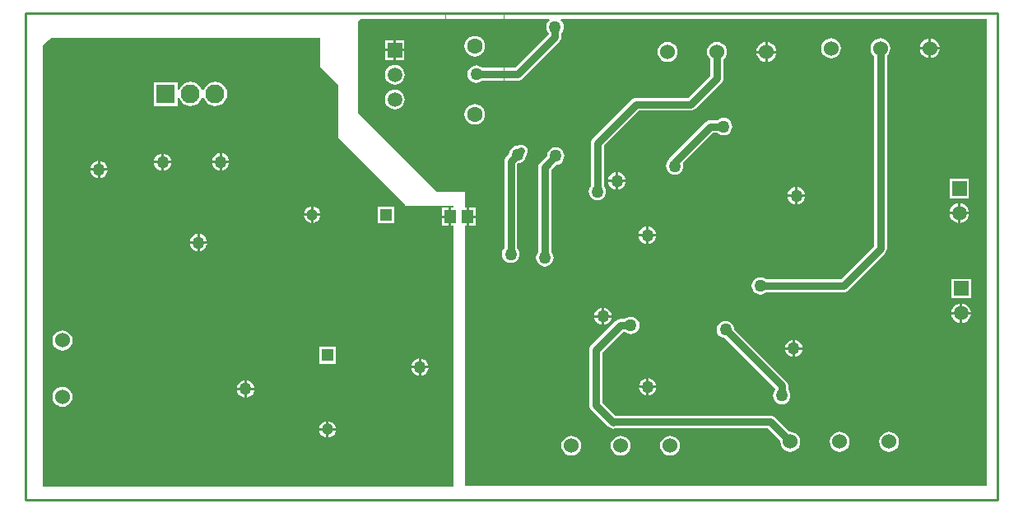
<source format=gbl>
G04*
G04 #@! TF.GenerationSoftware,Altium Limited,Altium Designer,18.0.12 (696)*
G04*
G04 Layer_Physical_Order=2*
G04 Layer_Color=16711680*
%FSLAX43Y43*%
%MOMM*%
G71*
G01*
G75*
%ADD11C,0.000*%
%ADD13C,0.254*%
%ADD14C,0.127*%
%ADD16C,0.152*%
%ADD18C,0.198*%
%ADD59C,0.800*%
%ADD63C,1.524*%
%ADD64C,1.200*%
%ADD65R,1.200X1.200*%
%ADD66R,1.200X1.200*%
%ADD67C,1.600*%
%ADD68R,1.500X1.500*%
%ADD69C,1.500*%
%ADD70R,1.950X1.950*%
%ADD71C,1.950*%
%ADD72C,1.270*%
%ADD73R,1.200X1.400*%
G36*
X106677Y69875D02*
X108531Y68021D01*
Y62636D01*
X115542Y55626D01*
X120421D01*
Y55437D01*
X120207D01*
Y54483D01*
Y53529D01*
X120421D01*
Y26746D01*
X78178D01*
Y72111D01*
X78694Y72626D01*
X78737Y72593D01*
X78737Y72593D01*
X79016Y72873D01*
X106677D01*
Y69875D01*
D02*
G37*
G36*
X175260Y27762D02*
Y26772D01*
X121564D01*
Y53529D01*
X121753D01*
Y54483D01*
Y55437D01*
X121564D01*
Y57074D01*
X118694D01*
X110998Y64770D01*
X110617Y65151D01*
Y74041D01*
Y74524D01*
X110592Y74549D01*
X110846Y74803D01*
X130251D01*
X130294Y74676D01*
X130241Y74635D01*
X130098Y74450D01*
X130009Y74233D01*
X129978Y74001D01*
X130009Y73769D01*
X130098Y73553D01*
X130215Y73401D01*
Y73262D01*
X126752Y69798D01*
X123359D01*
X123207Y69915D01*
X122990Y70005D01*
X122758Y70035D01*
X122526Y70005D01*
X122310Y69915D01*
X122124Y69773D01*
X121982Y69587D01*
X121892Y69371D01*
X121862Y69139D01*
X121892Y68907D01*
X121982Y68690D01*
X122124Y68505D01*
X122310Y68362D01*
X122526Y68273D01*
X122758Y68242D01*
X122990Y68273D01*
X123207Y68362D01*
X123359Y68479D01*
X127025D01*
X127196Y68502D01*
X127355Y68568D01*
X127492Y68672D01*
X131341Y72522D01*
X131446Y72659D01*
X131512Y72818D01*
X131535Y72988D01*
Y73401D01*
X131652Y73553D01*
X131741Y73769D01*
X131772Y74001D01*
X131741Y74233D01*
X131652Y74450D01*
X131509Y74635D01*
X131456Y74676D01*
X131499Y74803D01*
X175260D01*
Y27762D01*
D02*
G37*
%LPC*%
G36*
X95900Y68340D02*
X95579Y68297D01*
X95280Y68174D01*
X95023Y67977D01*
X94826Y67720D01*
X94703Y67421D01*
X94694Y67356D01*
X94566D01*
X94557Y67421D01*
X94434Y67720D01*
X94237Y67977D01*
X93980Y68174D01*
X93681Y68297D01*
X93360Y68340D01*
X93039Y68297D01*
X92740Y68174D01*
X92483Y67977D01*
X92286Y67720D01*
X92176Y67453D01*
X92049Y67478D01*
Y68329D01*
X89591D01*
Y65871D01*
X92049D01*
Y66722D01*
X92176Y66747D01*
X92286Y66480D01*
X92483Y66223D01*
X92740Y66026D01*
X93039Y65903D01*
X93360Y65860D01*
X93681Y65903D01*
X93980Y66026D01*
X94237Y66223D01*
X94434Y66480D01*
X94557Y66779D01*
X94566Y66844D01*
X94694D01*
X94703Y66779D01*
X94826Y66480D01*
X95023Y66223D01*
X95280Y66026D01*
X95579Y65903D01*
X95900Y65860D01*
X96221Y65903D01*
X96520Y66026D01*
X96777Y66223D01*
X96974Y66480D01*
X97097Y66779D01*
X97140Y67100D01*
X97097Y67421D01*
X96974Y67720D01*
X96777Y67977D01*
X96520Y68174D01*
X96221Y68297D01*
X95900Y68340D01*
D02*
G37*
G36*
X96593Y61002D02*
Y60249D01*
X97346D01*
X97332Y60354D01*
X97243Y60570D01*
X97100Y60756D01*
X96915Y60898D01*
X96698Y60988D01*
X96593Y61002D01*
D02*
G37*
G36*
X96339D02*
X96234Y60988D01*
X96018Y60898D01*
X95832Y60756D01*
X95690Y60570D01*
X95600Y60354D01*
X95586Y60249D01*
X96339D01*
Y61002D01*
D02*
G37*
G36*
X90627Y60976D02*
Y60223D01*
X91380D01*
X91366Y60328D01*
X91277Y60545D01*
X91134Y60730D01*
X90949Y60873D01*
X90732Y60963D01*
X90627Y60976D01*
D02*
G37*
G36*
X90373D02*
X90268Y60963D01*
X90052Y60873D01*
X89866Y60730D01*
X89724Y60545D01*
X89634Y60328D01*
X89620Y60223D01*
X90373D01*
Y60976D01*
D02*
G37*
G36*
X84074Y60214D02*
Y59461D01*
X84827D01*
X84813Y59566D01*
X84724Y59783D01*
X84581Y59968D01*
X84395Y60111D01*
X84179Y60201D01*
X84074Y60214D01*
D02*
G37*
G36*
X83820D02*
X83715Y60201D01*
X83499Y60111D01*
X83313Y59968D01*
X83170Y59783D01*
X83081Y59566D01*
X83067Y59461D01*
X83820D01*
Y60214D01*
D02*
G37*
G36*
X97346Y59995D02*
X96593D01*
Y59242D01*
X96698Y59256D01*
X96915Y59345D01*
X97100Y59488D01*
X97243Y59673D01*
X97332Y59890D01*
X97346Y59995D01*
D02*
G37*
G36*
X96339D02*
X95586D01*
X95600Y59890D01*
X95690Y59673D01*
X95832Y59488D01*
X96018Y59345D01*
X96234Y59256D01*
X96339Y59242D01*
Y59995D01*
D02*
G37*
G36*
X91380Y59969D02*
X90627D01*
Y59216D01*
X90732Y59230D01*
X90949Y59320D01*
X91134Y59462D01*
X91277Y59648D01*
X91366Y59864D01*
X91380Y59969D01*
D02*
G37*
G36*
X90373D02*
X89620D01*
X89634Y59864D01*
X89724Y59648D01*
X89866Y59462D01*
X90052Y59320D01*
X90268Y59230D01*
X90373Y59216D01*
Y59969D01*
D02*
G37*
G36*
X84827Y59207D02*
X84074D01*
Y58454D01*
X84179Y58468D01*
X84395Y58558D01*
X84581Y58700D01*
X84724Y58886D01*
X84813Y59102D01*
X84827Y59207D01*
D02*
G37*
G36*
X83820D02*
X83067D01*
X83081Y59102D01*
X83170Y58886D01*
X83313Y58700D01*
X83499Y58558D01*
X83715Y58468D01*
X83820Y58454D01*
Y59207D01*
D02*
G37*
G36*
X106017Y55545D02*
Y54827D01*
X106735D01*
X106722Y54923D01*
X106636Y55131D01*
X106499Y55309D01*
X106321Y55446D01*
X106113Y55532D01*
X106017Y55545D01*
D02*
G37*
G36*
X105763D02*
X105667Y55532D01*
X105459Y55446D01*
X105281Y55309D01*
X105144Y55131D01*
X105058Y54923D01*
X105045Y54827D01*
X105763D01*
Y55545D01*
D02*
G37*
G36*
X119953Y55437D02*
X119226D01*
Y54610D01*
X119953D01*
Y55437D01*
D02*
G37*
G36*
X106735Y54573D02*
X106017D01*
Y53855D01*
X106113Y53868D01*
X106321Y53954D01*
X106499Y54091D01*
X106636Y54269D01*
X106722Y54477D01*
X106735Y54573D01*
D02*
G37*
G36*
X105763D02*
X105045D01*
X105058Y54477D01*
X105144Y54269D01*
X105281Y54091D01*
X105459Y53954D01*
X105667Y53868D01*
X105763Y53855D01*
Y54573D01*
D02*
G37*
G36*
X114364Y55554D02*
X112656D01*
Y53846D01*
X114364D01*
Y55554D01*
D02*
G37*
G36*
X119953Y54356D02*
X119226D01*
Y53529D01*
X119953D01*
Y54356D01*
D02*
G37*
G36*
X94310Y52696D02*
Y51943D01*
X95063D01*
X95049Y52048D01*
X94960Y52264D01*
X94817Y52450D01*
X94632Y52593D01*
X94415Y52682D01*
X94310Y52696D01*
D02*
G37*
G36*
X94056D02*
X93951Y52682D01*
X93735Y52593D01*
X93549Y52450D01*
X93407Y52264D01*
X93317Y52048D01*
X93303Y51943D01*
X94056D01*
Y52696D01*
D02*
G37*
G36*
X95063Y51689D02*
X94310D01*
Y50936D01*
X94415Y50950D01*
X94632Y51039D01*
X94817Y51182D01*
X94960Y51368D01*
X95049Y51584D01*
X95063Y51689D01*
D02*
G37*
G36*
X94056D02*
X93303D01*
X93317Y51584D01*
X93407Y51368D01*
X93549Y51182D01*
X93735Y51039D01*
X93951Y50950D01*
X94056Y50936D01*
Y51689D01*
D02*
G37*
G36*
X80188Y42782D02*
X79923Y42747D01*
X79675Y42645D01*
X79463Y42482D01*
X79300Y42270D01*
X79198Y42023D01*
X79163Y41758D01*
X79198Y41492D01*
X79300Y41245D01*
X79463Y41033D01*
X79675Y40870D01*
X79923Y40768D01*
X80188Y40733D01*
X80453Y40768D01*
X80700Y40870D01*
X80912Y41033D01*
X81075Y41245D01*
X81178Y41492D01*
X81213Y41758D01*
X81178Y42023D01*
X81075Y42270D01*
X80912Y42482D01*
X80700Y42645D01*
X80453Y42747D01*
X80188Y42782D01*
D02*
G37*
G36*
X108296Y41088D02*
X106588D01*
Y39380D01*
X108296D01*
Y41088D01*
D02*
G37*
G36*
X117094Y39894D02*
Y39141D01*
X117847D01*
X117833Y39246D01*
X117744Y39463D01*
X117601Y39648D01*
X117415Y39791D01*
X117199Y39881D01*
X117094Y39894D01*
D02*
G37*
G36*
X116840D02*
X116735Y39881D01*
X116519Y39791D01*
X116333Y39648D01*
X116190Y39463D01*
X116101Y39246D01*
X116087Y39141D01*
X116840D01*
Y39894D01*
D02*
G37*
G36*
X117847Y38887D02*
X117094D01*
Y38134D01*
X117199Y38148D01*
X117415Y38238D01*
X117601Y38380D01*
X117744Y38566D01*
X117833Y38782D01*
X117847Y38887D01*
D02*
G37*
G36*
X116840D02*
X116087D01*
X116101Y38782D01*
X116190Y38566D01*
X116333Y38380D01*
X116519Y38238D01*
X116735Y38148D01*
X116840Y38134D01*
Y38887D01*
D02*
G37*
G36*
X99162Y37659D02*
Y36906D01*
X99915D01*
X99901Y37011D01*
X99811Y37228D01*
X99669Y37413D01*
X99483Y37556D01*
X99267Y37645D01*
X99162Y37659D01*
D02*
G37*
G36*
X98908D02*
X98803Y37645D01*
X98586Y37556D01*
X98401Y37413D01*
X98258Y37228D01*
X98168Y37011D01*
X98155Y36906D01*
X98908D01*
Y37659D01*
D02*
G37*
G36*
X99915Y36652D02*
X99162D01*
Y35899D01*
X99267Y35913D01*
X99483Y36003D01*
X99669Y36145D01*
X99811Y36331D01*
X99901Y36547D01*
X99915Y36652D01*
D02*
G37*
G36*
X98908D02*
X98155D01*
X98168Y36547D01*
X98258Y36331D01*
X98401Y36145D01*
X98586Y36003D01*
X98803Y35913D01*
X98908Y35899D01*
Y36652D01*
D02*
G37*
G36*
X80188Y36982D02*
X79923Y36947D01*
X79675Y36845D01*
X79463Y36682D01*
X79300Y36470D01*
X79198Y36223D01*
X79163Y35958D01*
X79198Y35692D01*
X79300Y35445D01*
X79463Y35233D01*
X79675Y35070D01*
X79923Y34968D01*
X80188Y34933D01*
X80453Y34968D01*
X80700Y35070D01*
X80912Y35233D01*
X81075Y35445D01*
X81178Y35692D01*
X81213Y35958D01*
X81178Y36223D01*
X81075Y36470D01*
X80912Y36682D01*
X80700Y36845D01*
X80453Y36947D01*
X80188Y36982D01*
D02*
G37*
G36*
X107569Y33458D02*
Y32741D01*
X108287D01*
X108274Y32837D01*
X108188Y33044D01*
X108051Y33223D01*
X107873Y33360D01*
X107665Y33446D01*
X107569Y33458D01*
D02*
G37*
G36*
X107315D02*
X107219Y33446D01*
X107011Y33360D01*
X106833Y33223D01*
X106696Y33044D01*
X106610Y32837D01*
X106597Y32741D01*
X107315D01*
Y33458D01*
D02*
G37*
G36*
X108287Y32487D02*
X107569D01*
Y31769D01*
X107665Y31782D01*
X107873Y31868D01*
X108051Y32005D01*
X108188Y32183D01*
X108274Y32391D01*
X108287Y32487D01*
D02*
G37*
G36*
X107315D02*
X106597D01*
X106610Y32391D01*
X106696Y32183D01*
X106833Y32005D01*
X107011Y31868D01*
X107219Y31782D01*
X107315Y31769D01*
Y32487D01*
D02*
G37*
G36*
X169545Y72814D02*
Y71933D01*
X170426D01*
X170408Y72071D01*
X170305Y72318D01*
X170143Y72530D01*
X169930Y72693D01*
X169683Y72796D01*
X169545Y72814D01*
D02*
G37*
G36*
X169291D02*
X169153Y72796D01*
X168906Y72693D01*
X168693Y72530D01*
X168531Y72318D01*
X168428Y72071D01*
X168410Y71933D01*
X169291D01*
Y72814D01*
D02*
G37*
G36*
X115380Y72632D02*
X114503D01*
Y71755D01*
X115380D01*
Y72632D01*
D02*
G37*
G36*
X114249D02*
X113372D01*
Y71755D01*
X114249D01*
Y72632D01*
D02*
G37*
G36*
X152730Y72433D02*
Y71552D01*
X153611D01*
X153593Y71690D01*
X153491Y71937D01*
X153328Y72149D01*
X153116Y72312D01*
X152868Y72415D01*
X152730Y72433D01*
D02*
G37*
G36*
X152476D02*
X152338Y72415D01*
X152091Y72312D01*
X151879Y72149D01*
X151716Y71937D01*
X151613Y71690D01*
X151595Y71552D01*
X152476D01*
Y72433D01*
D02*
G37*
G36*
X122606Y73072D02*
X122331Y73036D01*
X122074Y72930D01*
X121854Y72761D01*
X121685Y72541D01*
X121579Y72284D01*
X121543Y72009D01*
X121579Y71734D01*
X121685Y71477D01*
X121854Y71257D01*
X122074Y71088D01*
X122331Y70982D01*
X122606Y70946D01*
X122881Y70982D01*
X123137Y71088D01*
X123358Y71257D01*
X123526Y71477D01*
X123633Y71734D01*
X123669Y72009D01*
X123633Y72284D01*
X123526Y72541D01*
X123358Y72761D01*
X123137Y72930D01*
X122881Y73036D01*
X122606Y73072D01*
D02*
G37*
G36*
X170426Y71679D02*
X169545D01*
Y70798D01*
X169683Y70816D01*
X169930Y70918D01*
X170143Y71081D01*
X170305Y71293D01*
X170408Y71541D01*
X170426Y71679D01*
D02*
G37*
G36*
X169291D02*
X168410D01*
X168428Y71541D01*
X168531Y71293D01*
X168693Y71081D01*
X168906Y70918D01*
X169153Y70816D01*
X169291Y70798D01*
Y71679D01*
D02*
G37*
G36*
X159258Y72831D02*
X158993Y72796D01*
X158746Y72693D01*
X158533Y72530D01*
X158371Y72318D01*
X158268Y72071D01*
X158233Y71806D01*
X158268Y71541D01*
X158371Y71293D01*
X158533Y71081D01*
X158746Y70918D01*
X158993Y70816D01*
X159258Y70781D01*
X159523Y70816D01*
X159770Y70918D01*
X159983Y71081D01*
X160145Y71293D01*
X160248Y71541D01*
X160283Y71806D01*
X160248Y72071D01*
X160145Y72318D01*
X159983Y72530D01*
X159770Y72693D01*
X159523Y72796D01*
X159258Y72831D01*
D02*
G37*
G36*
X115380Y71501D02*
X114503D01*
Y70624D01*
X115380D01*
Y71501D01*
D02*
G37*
G36*
X114249D02*
X113372D01*
Y70624D01*
X114249D01*
Y71501D01*
D02*
G37*
G36*
X153611Y71298D02*
X152730D01*
Y70417D01*
X152868Y70435D01*
X153116Y70537D01*
X153328Y70700D01*
X153491Y70912D01*
X153593Y71160D01*
X153611Y71298D01*
D02*
G37*
G36*
X152476D02*
X151595D01*
X151613Y71160D01*
X151716Y70912D01*
X151879Y70700D01*
X152091Y70537D01*
X152338Y70435D01*
X152476Y70417D01*
Y71298D01*
D02*
G37*
G36*
X142443Y72450D02*
X142178Y72415D01*
X141931Y72312D01*
X141719Y72149D01*
X141556Y71937D01*
X141453Y71690D01*
X141418Y71425D01*
X141453Y71160D01*
X141556Y70912D01*
X141719Y70700D01*
X141931Y70537D01*
X142178Y70435D01*
X142443Y70400D01*
X142708Y70435D01*
X142956Y70537D01*
X143168Y70700D01*
X143331Y70912D01*
X143433Y71160D01*
X143468Y71425D01*
X143433Y71690D01*
X143331Y71937D01*
X143168Y72149D01*
X142956Y72312D01*
X142708Y72415D01*
X142443Y72450D01*
D02*
G37*
G36*
X114376Y70101D02*
X114114Y70066D01*
X113870Y69965D01*
X113660Y69804D01*
X113499Y69594D01*
X113398Y69350D01*
X113364Y69088D01*
X113398Y68826D01*
X113499Y68582D01*
X113660Y68372D01*
X113870Y68211D01*
X114114Y68110D01*
X114376Y68075D01*
X114638Y68110D01*
X114883Y68211D01*
X115092Y68372D01*
X115253Y68582D01*
X115354Y68826D01*
X115389Y69088D01*
X115354Y69350D01*
X115253Y69594D01*
X115092Y69804D01*
X114883Y69965D01*
X114638Y70066D01*
X114376Y70101D01*
D02*
G37*
G36*
Y67561D02*
X114114Y67526D01*
X113870Y67425D01*
X113660Y67264D01*
X113499Y67054D01*
X113398Y66810D01*
X113364Y66548D01*
X113398Y66286D01*
X113499Y66042D01*
X113660Y65832D01*
X113870Y65671D01*
X114114Y65570D01*
X114376Y65535D01*
X114638Y65570D01*
X114883Y65671D01*
X115092Y65832D01*
X115253Y66042D01*
X115354Y66286D01*
X115389Y66548D01*
X115354Y66810D01*
X115253Y67054D01*
X115092Y67264D01*
X114883Y67425D01*
X114638Y67526D01*
X114376Y67561D01*
D02*
G37*
G36*
X122606Y66072D02*
X122331Y66036D01*
X122074Y65930D01*
X121854Y65761D01*
X121685Y65541D01*
X121579Y65284D01*
X121543Y65009D01*
X121579Y64734D01*
X121685Y64477D01*
X121854Y64257D01*
X122074Y64088D01*
X122331Y63982D01*
X122606Y63946D01*
X122881Y63982D01*
X123137Y64088D01*
X123358Y64257D01*
X123526Y64477D01*
X123633Y64734D01*
X123669Y65009D01*
X123633Y65284D01*
X123526Y65541D01*
X123358Y65761D01*
X123137Y65930D01*
X122881Y66036D01*
X122606Y66072D01*
D02*
G37*
G36*
X148213Y64654D02*
X147981Y64624D01*
X147764Y64534D01*
X147612Y64417D01*
X146841D01*
X146670Y64395D01*
X146511Y64329D01*
X146375Y64224D01*
X142713Y60563D01*
X142609Y60426D01*
X142576Y60347D01*
X142546Y60324D01*
X142403Y60138D01*
X142314Y59922D01*
X142283Y59690D01*
X142314Y59458D01*
X142403Y59242D01*
X142546Y59056D01*
X142731Y58913D01*
X142948Y58824D01*
X143180Y58793D01*
X143412Y58824D01*
X143628Y58913D01*
X143814Y59056D01*
X143956Y59242D01*
X144046Y59458D01*
X144076Y59690D01*
X144046Y59922D01*
X144014Y59998D01*
X147114Y63098D01*
X147612D01*
X147764Y62981D01*
X147981Y62892D01*
X148213Y62861D01*
X148445Y62892D01*
X148661Y62981D01*
X148847Y63124D01*
X148989Y63309D01*
X149079Y63526D01*
X149109Y63758D01*
X149079Y63990D01*
X148989Y64206D01*
X148847Y64392D01*
X148661Y64534D01*
X148445Y64624D01*
X148213Y64654D01*
D02*
G37*
G36*
X137363Y59046D02*
Y58293D01*
X138116D01*
X138102Y58398D01*
X138013Y58614D01*
X137870Y58800D01*
X137685Y58943D01*
X137468Y59032D01*
X137363Y59046D01*
D02*
G37*
G36*
X137109D02*
X137004Y59032D01*
X136788Y58943D01*
X136602Y58800D01*
X136460Y58614D01*
X136370Y58398D01*
X136356Y58293D01*
X137109D01*
Y59046D01*
D02*
G37*
G36*
X138116Y58039D02*
X137363D01*
Y57286D01*
X137468Y57300D01*
X137685Y57389D01*
X137870Y57532D01*
X138013Y57718D01*
X138102Y57934D01*
X138116Y58039D01*
D02*
G37*
G36*
X137109D02*
X136356D01*
X136370Y57934D01*
X136460Y57718D01*
X136602Y57532D01*
X136788Y57389D01*
X137004Y57300D01*
X137109Y57286D01*
Y58039D01*
D02*
G37*
G36*
X155817Y57522D02*
Y56769D01*
X156570D01*
X156556Y56874D01*
X156467Y57090D01*
X156324Y57276D01*
X156138Y57419D01*
X155922Y57508D01*
X155817Y57522D01*
D02*
G37*
G36*
X155563D02*
X155458Y57508D01*
X155242Y57419D01*
X155056Y57276D01*
X154913Y57090D01*
X154824Y56874D01*
X154810Y56769D01*
X155563D01*
Y57522D01*
D02*
G37*
G36*
X173455Y58393D02*
X171447D01*
Y56385D01*
X173455D01*
Y58393D01*
D02*
G37*
G36*
X147523Y72450D02*
X147258Y72415D01*
X147011Y72312D01*
X146799Y72149D01*
X146636Y71937D01*
X146533Y71690D01*
X146498Y71425D01*
X146533Y71160D01*
X146636Y70912D01*
X146799Y70700D01*
X146864Y70650D01*
Y69006D01*
X144558Y66700D01*
X139192D01*
X139021Y66677D01*
X138862Y66611D01*
X138726Y66506D01*
X134754Y62534D01*
X134649Y62398D01*
X134583Y62239D01*
X134560Y62068D01*
Y57659D01*
X134443Y57506D01*
X134354Y57290D01*
X134323Y57058D01*
X134354Y56826D01*
X134443Y56610D01*
X134586Y56424D01*
X134772Y56281D01*
X134988Y56192D01*
X135220Y56161D01*
X135452Y56192D01*
X135668Y56281D01*
X135854Y56424D01*
X135997Y56610D01*
X136086Y56826D01*
X136117Y57058D01*
X136086Y57290D01*
X135997Y57506D01*
X135880Y57659D01*
Y61795D01*
X139465Y65380D01*
X144831D01*
X145002Y65403D01*
X145161Y65469D01*
X145297Y65574D01*
X147990Y68266D01*
X148094Y68403D01*
X148160Y68562D01*
X148183Y68732D01*
Y70650D01*
X148248Y70700D01*
X148411Y70912D01*
X148513Y71160D01*
X148548Y71425D01*
X148513Y71690D01*
X148411Y71937D01*
X148248Y72149D01*
X148036Y72312D01*
X147788Y72415D01*
X147523Y72450D01*
D02*
G37*
G36*
X156570Y56515D02*
X155817D01*
Y55762D01*
X155922Y55776D01*
X156138Y55865D01*
X156324Y56008D01*
X156467Y56194D01*
X156556Y56410D01*
X156570Y56515D01*
D02*
G37*
G36*
X155563D02*
X154810D01*
X154824Y56410D01*
X154913Y56194D01*
X155056Y56008D01*
X155242Y55865D01*
X155458Y55776D01*
X155563Y55762D01*
Y56515D01*
D02*
G37*
G36*
X172578Y55845D02*
Y54976D01*
X173447D01*
X173429Y55111D01*
X173328Y55356D01*
X173167Y55565D01*
X172957Y55726D01*
X172713Y55827D01*
X172578Y55845D01*
D02*
G37*
G36*
X172324Y55845D02*
X172189Y55827D01*
X171944Y55726D01*
X171735Y55565D01*
X171574Y55356D01*
X171473Y55111D01*
X171455Y54976D01*
X172324D01*
Y55845D01*
D02*
G37*
G36*
X122734Y55437D02*
X122007D01*
Y54610D01*
X122734D01*
Y55437D01*
D02*
G37*
G36*
X172324Y54722D02*
X171455D01*
X171473Y54587D01*
X171574Y54343D01*
X171735Y54133D01*
X171944Y53972D01*
X172189Y53871D01*
X172324Y53853D01*
Y54722D01*
D02*
G37*
G36*
X173447D02*
X172578D01*
Y53853D01*
X172713Y53871D01*
X172957Y53972D01*
X173167Y54133D01*
X173328Y54343D01*
X173429Y54587D01*
X173447Y54722D01*
D02*
G37*
G36*
X122734Y54356D02*
X122007D01*
Y53529D01*
X122734D01*
Y54356D01*
D02*
G37*
G36*
X140487Y53458D02*
Y52705D01*
X141240D01*
X141227Y52810D01*
X141137Y53026D01*
X140994Y53212D01*
X140809Y53355D01*
X140592Y53444D01*
X140487Y53458D01*
D02*
G37*
G36*
X140233D02*
X140128Y53444D01*
X139912Y53355D01*
X139726Y53212D01*
X139584Y53026D01*
X139494Y52810D01*
X139480Y52705D01*
X140233D01*
Y53458D01*
D02*
G37*
G36*
X141240Y52451D02*
X140487D01*
Y51698D01*
X140592Y51712D01*
X140809Y51801D01*
X140994Y51944D01*
X141137Y52130D01*
X141227Y52346D01*
X141240Y52451D01*
D02*
G37*
G36*
X140233D02*
X139480D01*
X139494Y52346D01*
X139584Y52130D01*
X139726Y51944D01*
X139912Y51801D01*
X140128Y51712D01*
X140233Y51698D01*
Y52451D01*
D02*
G37*
G36*
X127381Y61899D02*
X127210Y61877D01*
X127051Y61811D01*
X127009Y61778D01*
X126793Y61750D01*
X126577Y61660D01*
X126391Y61518D01*
X126249Y61332D01*
X126159Y61116D01*
X126134Y60925D01*
X125848Y60639D01*
X125743Y60502D01*
X125677Y60343D01*
X125655Y60173D01*
Y51223D01*
X125538Y51071D01*
X125448Y50854D01*
X125418Y50622D01*
X125448Y50390D01*
X125538Y50174D01*
X125680Y49988D01*
X125866Y49846D01*
X126082Y49756D01*
X126314Y49726D01*
X126546Y49756D01*
X126763Y49846D01*
X126948Y49988D01*
X127091Y50174D01*
X127180Y50390D01*
X127211Y50622D01*
X127180Y50854D01*
X127091Y51071D01*
X126974Y51223D01*
Y59899D01*
X127067Y59993D01*
X127257Y60018D01*
X127474Y60107D01*
X127659Y60250D01*
X127802Y60435D01*
X127892Y60652D01*
X127920Y60867D01*
X127952Y60910D01*
X128018Y61069D01*
X128041Y61239D01*
X128018Y61410D01*
X127952Y61569D01*
X127847Y61706D01*
X127711Y61811D01*
X127552Y61877D01*
X127381Y61899D01*
D02*
G37*
G36*
X130937Y61628D02*
X130705Y61598D01*
X130489Y61508D01*
X130303Y61365D01*
X130160Y61180D01*
X130071Y60963D01*
X130046Y60773D01*
X129353Y60080D01*
X129248Y59944D01*
X129182Y59785D01*
X129160Y59614D01*
Y50867D01*
X129043Y50715D01*
X128953Y50499D01*
X128923Y50267D01*
X128953Y50035D01*
X129043Y49818D01*
X129185Y49633D01*
X129371Y49490D01*
X129587Y49400D01*
X129819Y49370D01*
X130051Y49400D01*
X130268Y49490D01*
X130453Y49633D01*
X130596Y49818D01*
X130686Y50035D01*
X130716Y50267D01*
X130686Y50499D01*
X130596Y50715D01*
X130479Y50867D01*
Y59341D01*
X130979Y59840D01*
X131169Y59865D01*
X131385Y59955D01*
X131571Y60097D01*
X131714Y60283D01*
X131803Y60499D01*
X131834Y60731D01*
X131803Y60963D01*
X131714Y61180D01*
X131571Y61365D01*
X131385Y61508D01*
X131169Y61598D01*
X130937Y61628D01*
D02*
G37*
G36*
X164338Y72831D02*
X164073Y72796D01*
X163826Y72693D01*
X163613Y72530D01*
X163451Y72318D01*
X163348Y72071D01*
X163313Y71806D01*
X163348Y71541D01*
X163451Y71293D01*
X163613Y71081D01*
X163678Y71031D01*
Y51429D01*
X160280Y48031D01*
X152594D01*
X152442Y48148D01*
X152226Y48237D01*
X151994Y48268D01*
X151762Y48237D01*
X151545Y48148D01*
X151360Y48005D01*
X151217Y47819D01*
X151127Y47603D01*
X151097Y47371D01*
X151127Y47139D01*
X151217Y46923D01*
X151360Y46737D01*
X151545Y46594D01*
X151762Y46505D01*
X151994Y46474D01*
X152226Y46505D01*
X152442Y46594D01*
X152594Y46711D01*
X160553D01*
X160724Y46734D01*
X160883Y46800D01*
X161020Y46905D01*
X164804Y50689D01*
X164909Y50826D01*
X164975Y50985D01*
X164998Y51156D01*
Y71031D01*
X165063Y71081D01*
X165225Y71293D01*
X165328Y71541D01*
X165363Y71806D01*
X165328Y72071D01*
X165225Y72318D01*
X165063Y72530D01*
X164850Y72693D01*
X164603Y72796D01*
X164338Y72831D01*
D02*
G37*
G36*
X173655Y48093D02*
X171647D01*
Y46085D01*
X173655D01*
Y48093D01*
D02*
G37*
G36*
X172778Y45545D02*
Y44676D01*
X173647D01*
X173629Y44811D01*
X173528Y45056D01*
X173367Y45265D01*
X173157Y45426D01*
X172913Y45527D01*
X172778Y45545D01*
D02*
G37*
G36*
X172524D02*
X172389Y45527D01*
X172144Y45426D01*
X171935Y45265D01*
X171774Y45056D01*
X171673Y44811D01*
X171655Y44676D01*
X172524D01*
Y45545D01*
D02*
G37*
G36*
X135915Y45127D02*
Y44374D01*
X136668D01*
X136655Y44479D01*
X136565Y44695D01*
X136422Y44881D01*
X136237Y45023D01*
X136020Y45113D01*
X135915Y45127D01*
D02*
G37*
G36*
X135661D02*
X135556Y45113D01*
X135340Y45023D01*
X135154Y44881D01*
X135012Y44695D01*
X134922Y44479D01*
X134908Y44374D01*
X135661D01*
Y45127D01*
D02*
G37*
G36*
X173647Y44422D02*
X172778D01*
Y43553D01*
X172913Y43571D01*
X173157Y43672D01*
X173367Y43833D01*
X173528Y44043D01*
X173629Y44287D01*
X173647Y44422D01*
D02*
G37*
G36*
X172524D02*
X171655D01*
X171673Y44287D01*
X171774Y44043D01*
X171935Y43833D01*
X172144Y43672D01*
X172389Y43571D01*
X172524Y43553D01*
Y44422D01*
D02*
G37*
G36*
X136668Y44120D02*
X135915D01*
Y43367D01*
X136020Y43381D01*
X136237Y43470D01*
X136422Y43613D01*
X136565Y43798D01*
X136655Y44015D01*
X136668Y44120D01*
D02*
G37*
G36*
X135661D02*
X134908D01*
X134922Y44015D01*
X135012Y43798D01*
X135154Y43613D01*
X135340Y43470D01*
X135556Y43381D01*
X135661Y43367D01*
Y44120D01*
D02*
G37*
G36*
X138659Y44204D02*
X138427Y44173D01*
X138210Y44084D01*
X138058Y43967D01*
X137566D01*
X137396Y43944D01*
X137237Y43878D01*
X137100Y43773D01*
X134585Y41259D01*
X134481Y41122D01*
X134415Y40963D01*
X134392Y40792D01*
Y35128D01*
X134415Y34957D01*
X134481Y34798D01*
X134585Y34662D01*
X136363Y32884D01*
X136500Y32779D01*
X136659Y32713D01*
X136830Y32691D01*
X137001Y32713D01*
X137008Y32716D01*
X152762D01*
X154053Y31425D01*
X154042Y31344D01*
X154077Y31078D01*
X154180Y30831D01*
X154342Y30619D01*
X154555Y30456D01*
X154802Y30354D01*
X155067Y30319D01*
X155332Y30354D01*
X155579Y30456D01*
X155792Y30619D01*
X155954Y30831D01*
X156057Y31078D01*
X156092Y31344D01*
X156057Y31609D01*
X155954Y31856D01*
X155792Y32068D01*
X155579Y32231D01*
X155332Y32333D01*
X155067Y32368D01*
X154986Y32358D01*
X153501Y33842D01*
X153365Y33947D01*
X153206Y34013D01*
X153035Y34035D01*
X137078D01*
X135711Y35401D01*
Y40519D01*
X137840Y42647D01*
X138058D01*
X138210Y42530D01*
X138427Y42441D01*
X138659Y42410D01*
X138891Y42441D01*
X139107Y42530D01*
X139293Y42673D01*
X139435Y42859D01*
X139525Y43075D01*
X139555Y43307D01*
X139525Y43539D01*
X139435Y43755D01*
X139293Y43941D01*
X139107Y44084D01*
X138891Y44173D01*
X138659Y44204D01*
D02*
G37*
G36*
X155550Y41825D02*
Y41072D01*
X156303D01*
X156289Y41177D01*
X156199Y41393D01*
X156057Y41579D01*
X155871Y41721D01*
X155655Y41811D01*
X155550Y41825D01*
D02*
G37*
G36*
X155296D02*
X155191Y41811D01*
X154974Y41721D01*
X154789Y41579D01*
X154646Y41393D01*
X154556Y41177D01*
X154543Y41072D01*
X155296D01*
Y41825D01*
D02*
G37*
G36*
X156303Y40818D02*
X155550D01*
Y40065D01*
X155655Y40079D01*
X155871Y40168D01*
X156057Y40311D01*
X156199Y40496D01*
X156289Y40713D01*
X156303Y40818D01*
D02*
G37*
G36*
X155296D02*
X154543D01*
X154556Y40713D01*
X154646Y40496D01*
X154789Y40311D01*
X154974Y40168D01*
X155191Y40079D01*
X155296Y40065D01*
Y40818D01*
D02*
G37*
G36*
X140513Y37862D02*
Y37109D01*
X141266D01*
X141252Y37214D01*
X141162Y37431D01*
X141020Y37616D01*
X140834Y37759D01*
X140618Y37849D01*
X140513Y37862D01*
D02*
G37*
G36*
X140259D02*
X140154Y37849D01*
X139937Y37759D01*
X139752Y37616D01*
X139609Y37431D01*
X139520Y37214D01*
X139506Y37109D01*
X140259D01*
Y37862D01*
D02*
G37*
G36*
X141266Y36855D02*
X140513D01*
Y36102D01*
X140618Y36116D01*
X140834Y36206D01*
X141020Y36348D01*
X141162Y36534D01*
X141252Y36750D01*
X141266Y36855D01*
D02*
G37*
G36*
X140259D02*
X139506D01*
X139520Y36750D01*
X139609Y36534D01*
X139752Y36348D01*
X139937Y36206D01*
X140154Y36116D01*
X140259Y36102D01*
Y36855D01*
D02*
G37*
G36*
X148412Y43772D02*
X148180Y43741D01*
X147964Y43652D01*
X147778Y43509D01*
X147636Y43324D01*
X147546Y43107D01*
X147516Y42875D01*
X147546Y42643D01*
X147636Y42427D01*
X147778Y42241D01*
X147964Y42099D01*
X148180Y42009D01*
X148371Y41984D01*
X153530Y36824D01*
Y36694D01*
X153413Y36542D01*
X153324Y36325D01*
X153293Y36093D01*
X153324Y35861D01*
X153413Y35645D01*
X153556Y35459D01*
X153742Y35317D01*
X153958Y35227D01*
X154190Y35197D01*
X154422Y35227D01*
X154638Y35317D01*
X154824Y35459D01*
X154967Y35645D01*
X155056Y35861D01*
X155087Y36093D01*
X155056Y36325D01*
X154967Y36542D01*
X154850Y36694D01*
Y37097D01*
X154827Y37268D01*
X154761Y37427D01*
X154656Y37564D01*
X149303Y42917D01*
X149278Y43107D01*
X149189Y43324D01*
X149046Y43509D01*
X148861Y43652D01*
X148644Y43741D01*
X148412Y43772D01*
D02*
G37*
G36*
X165227Y32368D02*
X164962Y32333D01*
X164715Y32231D01*
X164502Y32068D01*
X164340Y31856D01*
X164237Y31609D01*
X164202Y31344D01*
X164237Y31078D01*
X164340Y30831D01*
X164502Y30619D01*
X164715Y30456D01*
X164962Y30354D01*
X165227Y30319D01*
X165492Y30354D01*
X165739Y30456D01*
X165952Y30619D01*
X166114Y30831D01*
X166217Y31078D01*
X166252Y31344D01*
X166217Y31609D01*
X166114Y31856D01*
X165952Y32068D01*
X165739Y32231D01*
X165492Y32333D01*
X165227Y32368D01*
D02*
G37*
G36*
X160147D02*
X159882Y32333D01*
X159635Y32231D01*
X159422Y32068D01*
X159260Y31856D01*
X159157Y31609D01*
X159122Y31344D01*
X159157Y31078D01*
X159260Y30831D01*
X159422Y30619D01*
X159635Y30456D01*
X159882Y30354D01*
X160147Y30319D01*
X160412Y30354D01*
X160659Y30456D01*
X160872Y30619D01*
X161034Y30831D01*
X161137Y31078D01*
X161172Y31344D01*
X161137Y31609D01*
X161034Y31856D01*
X160872Y32068D01*
X160659Y32231D01*
X160412Y32333D01*
X160147Y32368D01*
D02*
G37*
G36*
X142697Y31962D02*
X142432Y31927D01*
X142185Y31825D01*
X141973Y31662D01*
X141810Y31450D01*
X141707Y31202D01*
X141672Y30937D01*
X141707Y30672D01*
X141810Y30425D01*
X141973Y30213D01*
X142185Y30050D01*
X142432Y29947D01*
X142697Y29912D01*
X142962Y29947D01*
X143210Y30050D01*
X143422Y30213D01*
X143585Y30425D01*
X143687Y30672D01*
X143722Y30937D01*
X143687Y31202D01*
X143585Y31450D01*
X143422Y31662D01*
X143210Y31825D01*
X142962Y31927D01*
X142697Y31962D01*
D02*
G37*
G36*
X137617D02*
X137352Y31927D01*
X137105Y31825D01*
X136893Y31662D01*
X136730Y31450D01*
X136627Y31202D01*
X136592Y30937D01*
X136627Y30672D01*
X136730Y30425D01*
X136893Y30213D01*
X137105Y30050D01*
X137352Y29947D01*
X137617Y29912D01*
X137882Y29947D01*
X138130Y30050D01*
X138342Y30213D01*
X138505Y30425D01*
X138607Y30672D01*
X138642Y30937D01*
X138607Y31202D01*
X138505Y31450D01*
X138342Y31662D01*
X138130Y31825D01*
X137882Y31927D01*
X137617Y31962D01*
D02*
G37*
G36*
X132537D02*
X132272Y31927D01*
X132025Y31825D01*
X131813Y31662D01*
X131650Y31450D01*
X131547Y31202D01*
X131512Y30937D01*
X131547Y30672D01*
X131650Y30425D01*
X131813Y30213D01*
X132025Y30050D01*
X132272Y29947D01*
X132537Y29912D01*
X132802Y29947D01*
X133050Y30050D01*
X133262Y30213D01*
X133425Y30425D01*
X133527Y30672D01*
X133562Y30937D01*
X133527Y31202D01*
X133425Y31450D01*
X133262Y31662D01*
X133050Y31825D01*
X132802Y31927D01*
X132537Y31962D01*
D02*
G37*
%LPD*%
D11*
X91895Y43567D02*
G03*
X92505Y43567I305J0D01*
G01*
X119606Y75509D02*
X125606D01*
X119606Y61009D02*
X125606D01*
Y75509D01*
X119606Y61009D02*
Y72809D01*
X119606Y71397D02*
Y75509D01*
D13*
X76403Y25400D02*
X176403D01*
Y75413D01*
X76403D02*
X176403D01*
X76403Y25400D02*
Y75413D01*
D14*
X141501Y37999D02*
Y42899D01*
X145401Y37999D02*
Y42899D01*
X141501D02*
X145401D01*
X141501Y37999D02*
X145401D01*
X141501Y53699D02*
X145401D01*
X141501Y58599D02*
X145401D01*
Y53699D02*
Y58599D01*
X141501Y53699D02*
Y58599D01*
X101850Y65500D02*
X104750D01*
X101850D02*
Y70800D01*
X104750D01*
Y65500D02*
Y70800D01*
X81850Y70850D02*
X84750D01*
Y65550D02*
Y70850D01*
X81850Y65550D02*
X84750D01*
X81850D02*
Y70850D01*
D16*
X95451Y41230D02*
Y42450D01*
X97356D01*
Y41230D02*
Y42450D01*
X95451Y41230D02*
X97356D01*
X95451Y36150D02*
Y37370D01*
X97356D01*
Y36150D02*
Y37370D01*
X95451Y36150D02*
X97356D01*
X88949D02*
Y37370D01*
X87044Y36150D02*
X88949D01*
X87044D02*
Y37370D01*
X88949D01*
Y41230D02*
Y42450D01*
X87044Y41230D02*
X88949D01*
X87044D02*
Y42450D01*
X88949D01*
Y35033D02*
X95451D01*
X88949D02*
Y43567D01*
X91895D01*
X92505D01*
X95451D01*
Y35033D02*
Y43567D01*
D18*
X85061Y35564D02*
X84614Y35832D01*
X84257Y35564D01*
X83900Y35742D01*
X84764Y42657D02*
X84318Y42925D01*
X83961Y42657D01*
X83604Y42836D01*
X101865Y35038D02*
X100259D01*
X100989Y42569D02*
Y40962D01*
X101793Y41765D02*
X100186D01*
D59*
X164338Y51156D02*
Y71806D01*
X160553Y47371D02*
X164338Y51156D01*
X151994Y47371D02*
X160553D01*
X129819Y59614D02*
X130937Y60731D01*
X129819Y50267D02*
Y59614D01*
X127025Y60884D02*
X127381Y61239D01*
X126314Y60173D02*
X127025Y60884D01*
X126314Y50622D02*
Y60173D01*
X153035Y33376D02*
X155067Y31344D01*
X136855Y33376D02*
X153035D01*
X136830Y33350D02*
X136855Y33376D01*
X147523Y68732D02*
Y71425D01*
X144831Y66040D02*
X147523Y68732D01*
X139192Y66040D02*
X144831D01*
X130875Y72988D02*
Y74001D01*
X127025Y69139D02*
X130875Y72988D01*
X122758Y69139D02*
X127025D01*
X143180Y59690D02*
Y60096D01*
X146841Y63758D01*
X148213D01*
X137566Y43307D02*
X138659D01*
X135052Y40792D02*
X137566Y43307D01*
X135052Y35128D02*
X136830Y33350D01*
X135052Y35128D02*
Y40792D01*
X135220Y62068D02*
X139192Y66040D01*
X135220Y57058D02*
Y62068D01*
X154190Y36093D02*
Y37097D01*
X148412Y42875D02*
X154190Y37097D01*
D63*
X142697Y30937D02*
D03*
X137617D02*
D03*
X132537D02*
D03*
X165227Y31344D02*
D03*
X160147D02*
D03*
X155067D02*
D03*
X169418Y71806D02*
D03*
X164338D02*
D03*
X159258D02*
D03*
X152603Y71425D02*
D03*
X147523D02*
D03*
X142443D02*
D03*
X80188Y35958D02*
D03*
Y41758D02*
D03*
D64*
X107442Y32614D02*
D03*
X105890Y54700D02*
D03*
D65*
X107442Y40234D02*
D03*
D66*
X113510Y54700D02*
D03*
D67*
X122606Y65009D02*
D03*
Y72009D02*
D03*
D68*
X114376Y71628D02*
D03*
X172451Y57389D02*
D03*
X172651Y47089D02*
D03*
D69*
X114376Y69088D02*
D03*
Y66548D02*
D03*
X172451Y54849D02*
D03*
X172651Y44549D02*
D03*
D70*
X90820Y67100D02*
D03*
D71*
X93360D02*
D03*
X95900D02*
D03*
D72*
X130937Y60731D02*
D03*
X127025Y60884D02*
D03*
X94183Y51816D02*
D03*
X83947Y59334D02*
D03*
X90500Y60096D02*
D03*
X96466Y60122D02*
D03*
X99035Y36779D02*
D03*
X116967Y39014D02*
D03*
X130875Y74001D02*
D03*
X122758Y69139D02*
D03*
X143180Y59690D02*
D03*
X140360Y52578D02*
D03*
X135788Y44247D02*
D03*
X138659Y43307D02*
D03*
X154190Y36093D02*
D03*
X129819Y50267D02*
D03*
X126314Y50622D02*
D03*
X148412Y42875D02*
D03*
X151994Y47371D02*
D03*
X140386Y36982D02*
D03*
X155690Y56642D02*
D03*
X155423Y40945D02*
D03*
X137236Y58166D02*
D03*
X135220Y57058D02*
D03*
X148213Y63758D02*
D03*
D73*
X120080Y54483D02*
D03*
X121880D02*
D03*
M02*

</source>
